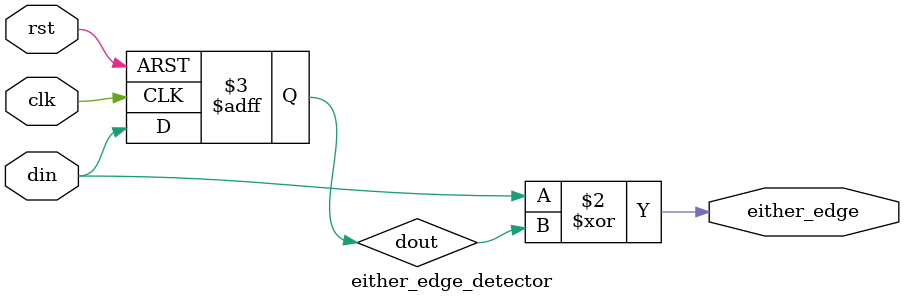
<source format=v>
module either_edge_detector (clk,
                      rst,
                      din,
                      either_edge
                     );
  
  input clk, rst, din;
  output  either_edge; 
  
  reg dout;
  
  always @ (posedge clk or posedge rst)
    begin
      if (rst)
        begin
          dout <= 'h0;
        end
      else
        begin
          dout <= din;
        end
    end
  
  assign either_edge  = ( din ^ dout );
  
endmodule

</source>
